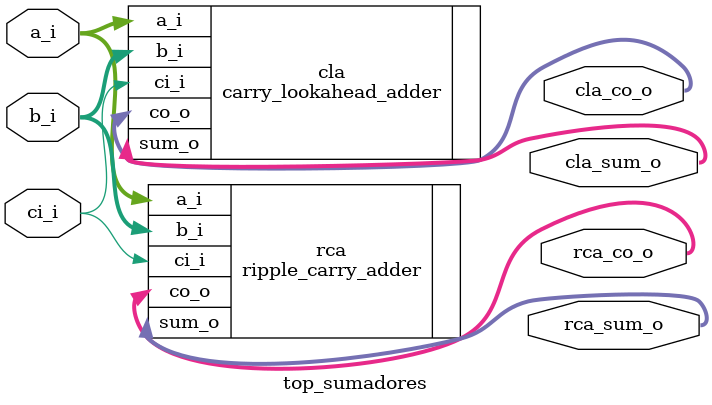
<source format=sv>
`timescale 1ns / 1ps


module top_sumadores(
    input logic [7:0] a_i,
    input logic [7:0] b_i,
    input logic       ci_i, 
    
    output logic [7:0] rca_sum_o,
    output logic [8:0] rca_co_o,
    
    output logic [7:0] cla_sum_o,
    output logic [8:0] cla_co_o
    
    );
    
    localparam ANCHO = 8;
    
    ripple_carry_adder #(.ANCHO(ANCHO)) rca (
        .a_i        (a_i),
        .b_i        (b_i),
        .ci_i       (ci_i),
        
        .sum_o      (rca_sum_o),
        .co_o       (rca_co_o)
    
    );
    
    carry_lookahead_adder cla (
        .a_i        (a_i),
        .b_i        (b_i),
        .ci_i       (ci_i), 
            
        .sum_o      (cla_sum_o),
        .co_o       (cla_co_o)
    );
    
endmodule

</source>
